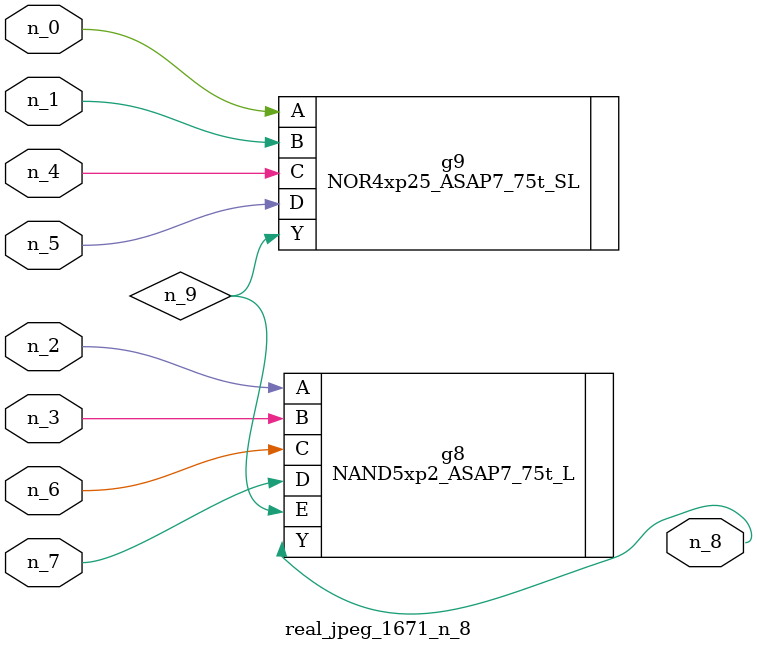
<source format=v>
module real_jpeg_1671_n_8 (n_5, n_4, n_0, n_1, n_2, n_6, n_7, n_3, n_8);

input n_5;
input n_4;
input n_0;
input n_1;
input n_2;
input n_6;
input n_7;
input n_3;

output n_8;

wire n_9;

NOR4xp25_ASAP7_75t_SL g9 ( 
.A(n_0),
.B(n_1),
.C(n_4),
.D(n_5),
.Y(n_9)
);

NAND5xp2_ASAP7_75t_L g8 ( 
.A(n_2),
.B(n_3),
.C(n_6),
.D(n_7),
.E(n_9),
.Y(n_8)
);


endmodule
</source>
